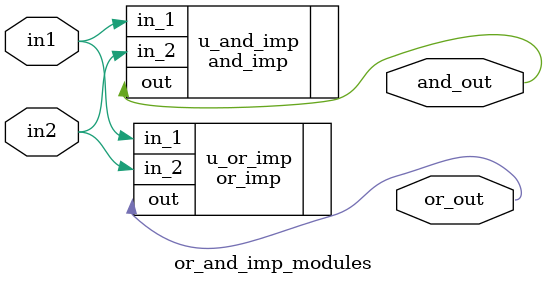
<source format=v>
module or_and_imp_modules(input in1,
						  input in2,
						  output and_out,
						  output or_out);
		
	and_imp u_and_imp(.in_1(in1),
					  .in_2(in2),
					  .out(and_out));

	
	or_imp u_or_imp(.in_1(in1),
					.in_2(in2),
					.out(or_out));
			   
endmodule
</source>
